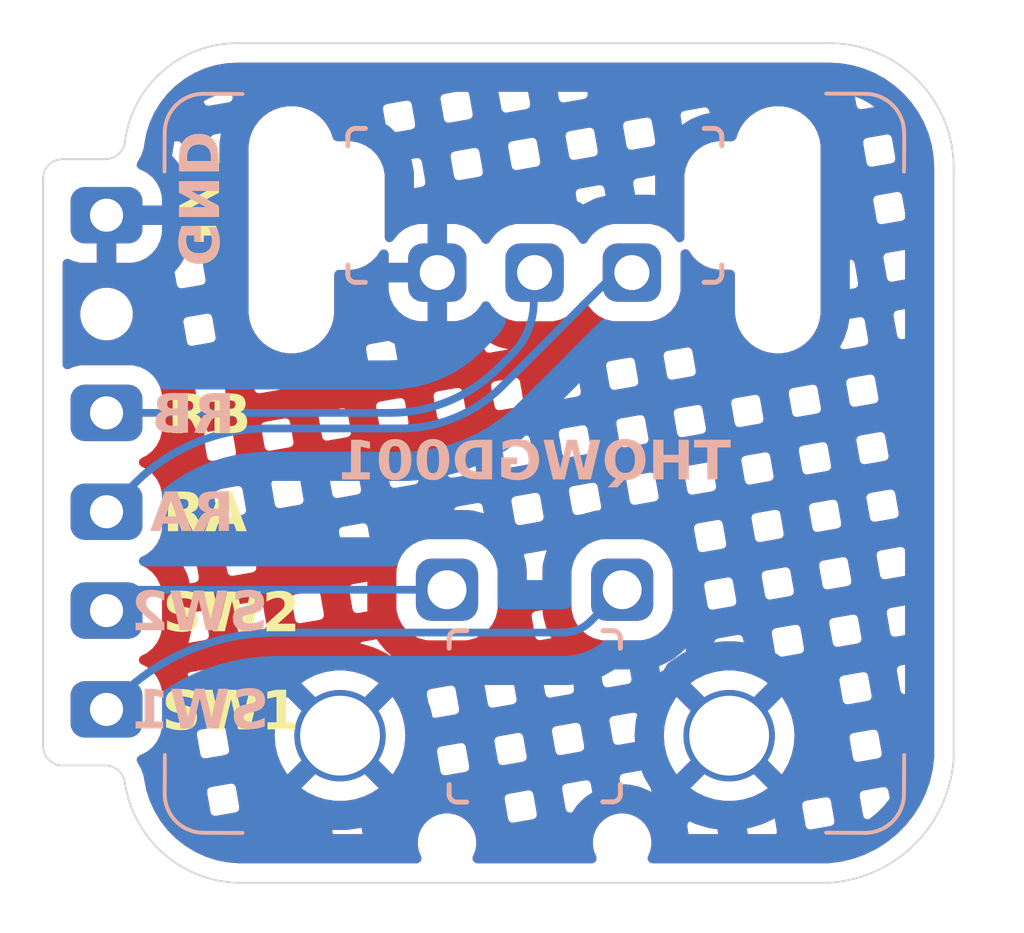
<source format=kicad_pcb>
(kicad_pcb (version 20240108) (generator "pcbnew") (generator_version "8.0")
  (layers (0 "F.Cu" signal) (31 "B.Cu" signal) (34 "B.Paste" user) (35 "F.Paste" user) (36 "B.SilkS" user "B.Silkscreen") (37 "F.SilkS" user "F.Silkscreen") (38 "B.Mask" user) (39 "F.Mask" user) (44 "Edge.Cuts" user))
  (net 0 "")
  (net 1 "GND")
  (net 2 "RA")
  (net 3 "RB")
  (net 4 "SW1")
  (net 5 "SW2")
  (footprint "THQWGD001:THQWGD001C [4pin] #1" (layer "B.Cu") (at 115.057276 27.135 -90)
    (property "Reference" "REF**" (hide yes))
    (property "Value" "THQWGD001 with Click #2" (hide yes))
    (fp_line (start -8.155 4.8) (end -8.405 4.8) (stroke (width 0.127)) (layer "B.SilkS"))
    (fp_line (start -5.1 4.8) (end -4.85 4.8) (stroke (width 0.127)) (layer "B.SilkS"))
    (fp_line (start -8.605 4.35) (end -8.605 4.6) (stroke (width 0.127)) (layer "B.SilkS"))
    (fp_line (start -4.65 4.35) (end -4.65 4.6) (stroke (width 0.127)) (layer "B.SilkS"))
    (fp_line (start 4.75 2.195) (end 4.5 2.195) (stroke (width 0.127)) (layer "B.SilkS"))
    (fp_line (start 8.256904 2.195) (end 8.506904 2.195) (stroke (width 0.127)) (layer "B.SilkS"))
    (fp_line (start 4.3 1.745) (end 4.3 1.995) (stroke (width 0.127)) (layer "B.SilkS"))
    (fp_line (start 8.706904 1.745) (end 8.706904 1.995) (stroke (width 0.127)) (layer "B.SilkS"))
    (fp_line (start 4.3 -1.755) (end 4.3 -2.005) (stroke (width 0.127)) (layer "B.SilkS"))
    (fp_line (start 8.7 -1.755) (end 8.7 -2.005) (stroke (width 0.127)) (layer "B.SilkS"))
    (fp_line (start 4.75 -2.205) (end 4.5 -2.205) (stroke (width 0.127)) (layer "B.SilkS"))
    (fp_line (start 8.25 -2.205) (end 8.5 -2.205) (stroke (width 0.127)) (layer "B.SilkS"))
    (fp_line (start -8.605 -4.36) (end -8.605 -4.61) (stroke (width 0.127)) (layer "B.SilkS"))
    (fp_line (start -4.65 -4.36) (end -4.65 -4.61) (stroke (width 0.127)) (layer "B.SilkS"))
    (fp_line (start -8.155 -4.81) (end -8.405 -4.81) (stroke (width 0.127)) (layer "B.SilkS"))
    (fp_line (start -5.1 -4.81) (end -4.85 -4.81) (stroke (width 0.127)) (layer "B.SilkS"))
    (fp_arc (start -8.405 4.8) (mid -8.546421 4.741421) (end -8.605 4.6) (stroke (width 0.127)) (layer "B.SilkS"))
    (fp_arc (start -4.65 4.6) (mid -4.70858 4.74142) (end -4.85 4.8) (stroke (width 0.127)) (layer "B.SilkS"))
    (fp_arc (start 4.5 2.195) (mid 4.358579 2.136421) (end 4.3 1.995) (stroke (width 0.127)) (layer "B.SilkS"))
    (fp_arc (start 8.706904 1.995) (mid 8.648326 2.136423) (end 8.506904 2.195) (stroke (width 0.127)) (layer "B.SilkS"))
    (fp_arc (start 4.300001 -2.004999) (mid 4.358579 -2.146421) (end 4.500001 -2.204999) (stroke (width 0.127)) (layer "B.SilkS"))
    (fp_arc (start 8.5 -2.205) (mid 8.641421 -2.146421) (end 8.7 -2.005) (stroke (width 0.127)) (layer "B.SilkS"))
    (fp_arc (start -8.605 -4.61) (mid -8.54642 -4.75142) (end -8.405 -4.81) (stroke (width 0.127)) (layer "B.SilkS"))
    (fp_arc (start -4.85 -4.81) (mid -4.708579 -4.751421) (end -4.65 -4.61) (stroke (width 0.127)) (layer "B.SilkS"))
    (pad "" np_thru_hole oval (at -7.325 -5.1) (size 2 1.4) (drill oval 2 1.4) (layers "F&B.Cu" "*.Mask"))
    (pad "" np_thru_hole oval (at -7.325 5.1) (size 2 1.4) (drill oval 2 1.4) (layers "F&B.Cu" "*.Mask"))
    (pad "" np_thru_hole oval (at -6.625 -4.8 270) (size 2.8 1.4) (drill oval 2.8 1.4) (layers "F&B.Cu" "*.Mask"))
    (pad "" np_thru_hole oval (at -6.625 4.8 90) (size 2.8 1.4) (drill oval 2.8 1.4) (layers "F&B.Cu" "*.Mask"))
    (pad "" np_thru_hole oval (at -6 -6.25) (size 1.7 5.85) (drill oval 1.7 5.85) (layers "F&B.Cu" "*.Mask"))
    (pad "" np_thru_hole oval (at -6 6.25) (size 1.7 5.85) (drill oval 1.7 5.85) (layers "F&B.Cu" "*.Mask"))
    (pad "" np_thru_hole oval (at -5.925 -5.1) (size 2 1.4) (drill oval 2 1.4) (layers "F&B.Cu" "*.Mask"))
    (pad "" np_thru_hole oval (at -5.92 5.1) (size 2 1.4) (drill oval 2 1.4) (layers "F&B.Cu" "*.Mask"))
    (pad "" thru_hole circle (at 7 -5 270) (size 2.35 2.35) (drill 2.05) (layers "*.Cu" "*.Mask") (net 1 "GND"))
    (pad "" thru_hole circle (at 7 5 270) (size 2.35 2.35) (drill 2.05) (layers "*.Cu" "*.Mask") (net 1 "GND"))
    (pad "" np_thru_hole circle (at 9.75 -2.25 270) (size 1 1) (drill 1) (layers "F&B.Cu" "*.Mask"))
    (pad "" np_thru_hole circle (at 9.75 2.25 270) (size 1 1) (drill 1) (layers "F&B.Cu" "*.Mask"))
    (pad "1" thru_hole roundrect (at 3.25 2.25 270) (size 1.6 1.6) (drill 1) (layers "*.Cu" "F.Mask") (net 4 "SW1"))
    (pad "2" thru_hole roundrect (at 3.25 -2.25 270) (size 1.6 1.6) (drill 1) (layers "*.Cu" "F.Mask") (net 5 "SW2"))
    (pad "A" thru_hole roundrect (at -4.9 -2.5 180) (size 1.5 1.5) (drill 0.9) (layers "*.Cu" "F.Mask") (net 2 "RA"))
    (pad "B" thru_hole roundrect (at -4.9 0 180) (size 1.5 1.5) (drill 0.9) (layers "*.Cu" "F.Mask") (net 3 "RB"))
    (pad "C" thru_hole roundrect (at -4.9 2.5 180) (size 1.5 1.5) (drill 0.9) (layers "*.Cu" "F.Mask") (net 1 "GND"))
  )
  (footprint "kbd_th:Hole_1x07" (layer "B.Cu") (at 104.057276 18.22 180)
    (property "Reference" "REF**" (hide yes))
    (property "Value" "Hole_1x07" (hide yes))
    (pad "" np_thru_hole circle (at 0 -5.08 180) (size 0.85 0.85) (drill 0.85) (layers "F&B.Cu" "*.Mask"))
    (pad "2" thru_hole roundrect (at 0 -2.54 180) (size 1.85 1.45) (drill 0.85) (layers "*.Cu" "*.Mask") (net 1 "GND"))
    (pad "4" thru_hole roundrect (at 0 -7.62 180) (size 1.85 1.45) (drill 0.85) (layers "*.Cu" "*.Mask") (net 3 "RB"))
    (pad "5" thru_hole roundrect (at 0 -10.16 180) (size 1.85 1.45) (drill 0.85) (layers "*.Cu" "*.Mask") (net 2 "RA"))
    (pad "6" thru_hole roundrect (at 0 -12.7 180) (size 1.85 1.45) (drill 0.85) (layers "*.Cu" "*.Mask") (net 4 "SW1"))
    (pad "7" thru_hole roundrect (at 0 -15.24 180) (size 1.85 1.45) (drill 0.85) (layers "*.Cu" "*.Mask") (net 5 "SW2"))
  )
  (gr_arc (start 105.552276 18.64) (mid 105.845169 17.932893) (end 106.552276 17.64) (stroke (width 0.1)) (layer "B.SilkS"))
  (gr_line (start 123.552276 17.64) (end 122.552276 17.635008) (stroke (width 0.1)) (layer "B.SilkS"))
  (gr_line (start 124.555161 34.632893) (end 124.550169 35.632893) (stroke (width 0.1)) (layer "B.SilkS"))
  (gr_arc (start 123.552276 17.64) (mid 124.259383 17.932893) (end 124.552276 18.64) (stroke (width 0.1)) (layer "B.SilkS"))
  (gr_line (start 107.552276 36.634992) (end 106.552276 36.63) (stroke (width 0.1)) (layer "B.SilkS"))
  (gr_arc (start 106.552276 36.63) (mid 105.845169 36.337107) (end 105.552276 35.63) (stroke (width 0.1)) (layer "B.SilkS"))
  (gr_line (start 124.557268 18.64) (end 124.552276 19.64) (stroke (width 0.1)) (layer "B.SilkS"))
  (gr_line (start 107.552276 17.644992) (end 106.552276 17.64) (stroke (width 0.1)) (layer "B.SilkS"))
  (gr_line (start 105.557268 34.63) (end 105.552276 35.63) (stroke (width 0.1)) (layer "B.SilkS"))
  (gr_arc (start 124.550169 35.632893) (mid 124.257278 36.340002) (end 123.550169 36.632893) (stroke (width 0.1)) (layer "B.SilkS"))
  (gr_line (start 122.550169 36.627901) (end 123.550169 36.632893) (stroke (width 0.1)) (layer "B.SilkS"))
  (gr_line (start 105.547284 19.64) (end 105.552276 18.64) (stroke (width 0.1)) (layer "B.SilkS"))
  (gr_arc (start 104.527276 18.9) (mid 105.501145 17.05789) (end 107.457276 16.34) (stroke (width 0.05)) (layer "Edge.Cuts"))
  (gr_line (start 104.027276 19.32) (end 102.927276 19.32) (stroke (width 0.05)) (layer "Edge.Cuts"))
  (gr_arc (start 104.527276 18.9) (mid 104.352609 19.199676) (end 104.027276 19.32) (stroke (width 0.05)) (layer "Edge.Cuts"))
  (gr_line (start 104.027276 34.9) (end 102.927276 34.9) (stroke (width 0.05)) (layer "Edge.Cuts"))
  (gr_arc (start 102.427276 19.82) (mid 102.573723 19.466447) (end 102.927276 19.32) (stroke (width 0.05)) (layer "Edge.Cuts"))
  (gr_line (start 125.827276 34.715) (end 125.827276 19.54) (stroke (width 0.05)) (layer "Edge.Cuts"))
  (gr_line (start 122.627276 37.915) (end 107.457276 37.915) (stroke (width 0.05)) (layer "Edge.Cuts"))
  (gr_arc (start 102.927276 34.9) (mid 102.573723 34.753553) (end 102.427276 34.4) (stroke (width 0.05)) (layer "Edge.Cuts"))
  (gr_arc (start 104.027276 34.9) (mid 104.352624 35.020306) (end 104.527276 35.32) (stroke (width 0.05)) (layer "Edge.Cuts"))
  (gr_arc (start 125.827276 34.715) (mid 124.830356 36.91808) (end 122.627276 37.915) (stroke (width 0.05)) (layer "Edge.Cuts"))
  (gr_line (start 122.627276 16.34) (end 107.457276 16.34) (stroke (width 0.05)) (layer "Edge.Cuts"))
  (gr_line (start 102.427276 19.82) (end 102.427276 34.4) (stroke (width 0.05)) (layer "Edge.Cuts"))
  (gr_arc (start 122.627276 16.34) (mid 124.890018 17.277258) (end 125.827276 19.54) (stroke (width 0.05)) (layer "Edge.Cuts"))
  (gr_arc (start 107.457276 37.915) (mid 105.51419 37.15729) (end 104.527276 35.32) (stroke (width 0.05)) (layer "Edge.Cuts"))
  (gr_text "SW1" (at 108.232276 34.12 -0) (layer "B.SilkS") (effects (font (size 1 1) (thickness 0.2) (bold yes)) (justify left bottom mirror)))
  (gr_text "THQWGD001" (at 115.057276 27.135 -0) (layer "B.SilkS") (effects (font (size 1 1) (thickness 0.2) (bold yes)) (justify mirror)))
  (gr_text "RB" (at 107.357276 26.52 -0) (layer "B.SilkS") (effects (font (size 1 1) (thickness 0.2) (bold yes)) (justify left bottom mirror)))
  (gr_text "SW2" (at 108.207276 31.595 -0) (layer "B.SilkS") (effects (font (size 1 1) (thickness 0.2) (bold yes)) (justify left bottom mirror)))
  (gr_text "RA" (at 107.332276 29.045 -0) (layer "B.SilkS") (effects (font (size 1 1) (thickness 0.2) (bold yes)) (justify left bottom mirror)))
  (gr_text "GND" (at 105.747276 22.08 -90) (layer "B.SilkS") (effects (font (size 1 1) (thickness 0.2) (bold yes)) (justify left bottom mirror)))
  (gr_text "RA" (at 105.507276 29.05 0) (layer "F.SilkS") (effects (font (size 1 1) (thickness 0.2) (bold yes)) (justify left bottom)))
  (gr_text "SW2" (at 105.503114 31.62 0) (layer "F.SilkS") (effects (font (size 1 1) (thickness 0.2) (bold yes)) (justify left bottom)))
  (gr_text "RB" (at 105.627276 26.53 0) (layer "F.SilkS") (effects (font (size 1 1) (thickness 0.2) (bold yes)) (justify left bottom)))
  (gr_text "GND" (at 107.117276 22.08 90) (layer "F.SilkS") (effects (font (size 1 1) (thickness 0.2) (bold yes)) (justify left bottom)))
  (gr_text "SW1" (at 105.478114 34.145 0) (layer "F.SilkS") (effects (font (size 1 1) (thickness 0.2) (bold yes)) (justify left bottom)))
  (segment (start 110.232276 33.96) (end 110.057276 34.135) (width 0.2) (layer "F.Cu") (net 1))
  (segment (start 119.832276 33.91) (end 120.057276 34.135) (width 0.2) (layer "F.Cu") (net 1))
  (segment (start 117.142276 22.235) (end 114.213723 25.163553) (width 0.2) (layer "B.Cu") (net 2))
  (segment (start 111.61495 26.24) (end 108.188801 26.24) (width 0.2) (layer "B.Cu") (net 2))
  (segment (start 117.537276 22.235) (end 117.142276 22.235) (width 0.2) (layer "B.Cu") (net 2))
  (segment (start 104.789055 27.648221) (end 104.057276 28.38) (width 0.2) (layer "B.Cu") (net 2))
  (arc (start 111.61495 26.24) (mid 113.021396 25.960241) (end 114.213723 25.163553) (width 0.2) (layer "B.Cu") (net 2))
  (arc (start 108.188801 26.24) (mid 106.348872 26.605985) (end 104.789055 27.648221) (width 0.2) (layer "B.Cu") (net 2))
  (segment (start 114.476411 24.335179) (end 114.126103 24.685487) (width 0.2) (layer "B.Cu") (net 3))
  (segment (start 111.338862 25.84) (end 104.057276 25.84) (width 0.2) (layer "B.Cu") (net 3))
  (segment (start 115.037276 22.235) (end 115.037276 22.981131) (width 0.2) (layer "B.Cu") (net 3))
  (arc (start 111.338862 25.84) (mid 112.847306 25.539952) (end 114.126103 24.685487) (width 0.2) (layer "B.Cu") (net 3))
  (arc (start 115.037276 22.981131) (mid 114.891512 23.713936) (end 114.476411 24.335179) (width 0.2) (layer "B.Cu") (net 3))
  (segment (start 104.592276 30.385) (end 104.057276 30.92) (width 0.2) (layer "B.Cu") (net 4))
  (segment (start 112.807276 30.385) (end 104.592276 30.385) (width 0.2) (layer "B.Cu") (net 4))
  (segment (start 104.272276 31.135) (end 104.057276 30.92) (width 0.2) (layer "B.Cu") (net 4))
  (segment (start 104.257276 33.66) (end 104.057276 33.46) (width 0.2) (layer "F.Cu") (net 5))
  (segment (start 115.793062 31.485) (end 108.43378 31.485) (width 0.2) (layer "B.Cu") (net 5))
  (segment (start 117.307276 30.385) (end 116.500169 31.192107) (width 0.2) (layer "B.Cu") (net 5))
  (segment (start 104.334156 33.18312) (end 104.057276 33.46) (width 0.2) (layer "B.Cu") (net 5))
  (arc (start 104.334156 33.18312) (mid 106.215079 31.926327) (end 108.43378 31.485) (width 0.2) (layer "B.Cu") (net 5))
  (arc (start 115.793062 31.485) (mid 116.175745 31.40888) (end 116.500169 31.192107) (width 0.2) (layer "B.Cu") (net 5))
  (zone (net 1) (net_name "GND") (layers "F&B.Cu") (connect_pads (clearance 0.5)) (min_thickness 0.25) (fill yes (mode hatch) (thermal_gap 0.5) (thermal_bridge_width 0.5) (hatch_thickness 0.75) (hatch_gap 0.75) (hatch_orientation 10) (hatch_smoothing_level 3) (hatch_smoothing_value 0.3) (hatch_border_algorithm hatch_thickness) (hatch_min_hole_area 0.3))
    (polygon (pts (xy 127.647276 15.41) (xy 101.427276 15.23) (xy 101.32 39.23) (xy 127.287276 39.12)))
  )
)
</source>
